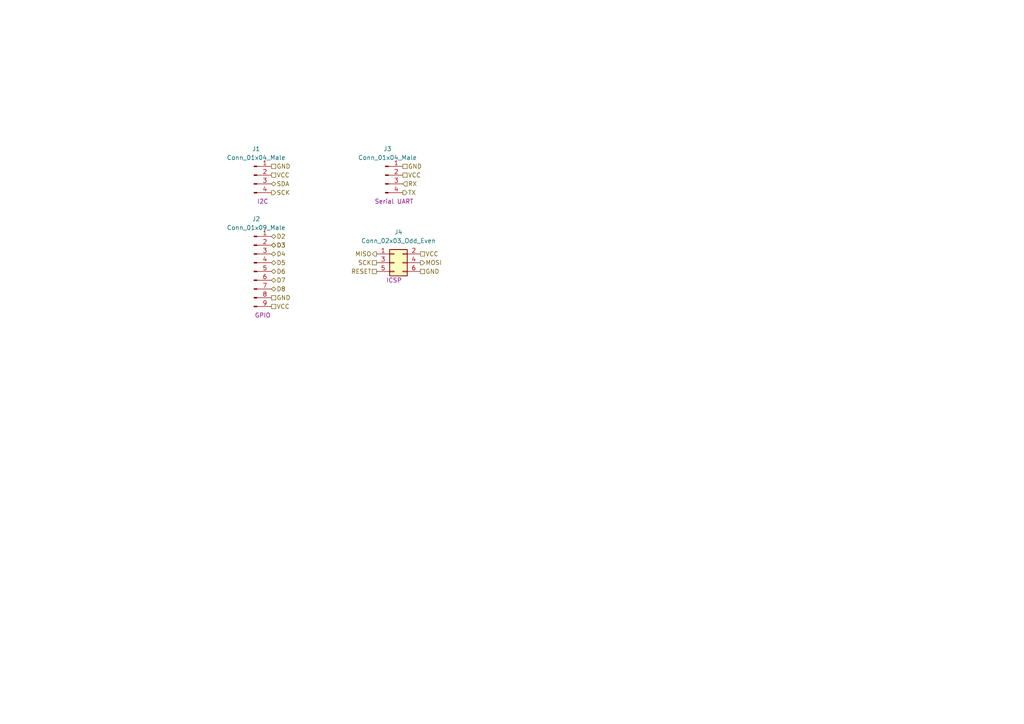
<source format=kicad_sch>
(kicad_sch (version 20211123) (generator eeschema)
  (paper "A4")
  (lib_symbols
    (symbol "Connector:Conn_01x04_Male" (pin_names (offset 1.016) hide)
      (property "Reference" "J" (at 0 5.08 0))
      (property "Value" "Conn_01x04_Male" (at 0 -7.62 0))
      (symbol "Conn_01x04_Male_1_1"
        (polyline (pts (xy 1.27 -5.08) (xy 0.8636 -5.08)) (stroke (width 0.1524)))
        (polyline (pts (xy 1.27 -2.54) (xy 0.8636 -2.54)) (stroke (width 0.1524)))
        (polyline (pts (xy 1.27 0) (xy 0.8636 0)) (stroke (width 0.1524)))
        (polyline (pts (xy 1.27 2.54) (xy 0.8636 2.54)) (stroke (width 0.1524)))
        (rectangle (start 0.8636 -4.953) (end 0 -5.207) (stroke (width 0.1524)) (fill (type outline)))
        (rectangle (start 0.8636 -2.413) (end 0 -2.667) (stroke (width 0.1524)) (fill (type outline)))
        (rectangle (start 0.8636 0.127) (end 0 -0.127) (stroke (width 0.1524)) (fill (type outline)))
        (rectangle (start 0.8636 2.667) (end 0 2.413) (stroke (width 0.1524)) (fill (type outline)))
        (pin passive line (at 5.08 2.54 180) (length 3.81) (name "Pin_1") (number "1"))
        (pin passive line (at 5.08 0 180) (length 3.81) (name "Pin_2") (number "2"))
        (pin passive line (at 5.08 -2.54 180) (length 3.81) (name "Pin_3") (number "3"))
        (pin passive line (at 5.08 -5.08 180) (length 3.81) (name "Pin_4") (number "4"))
      )
    )
    (symbol "Connector:Conn_01x09_Male" (pin_names (offset 1.016) hide)
      (property "Reference" "J" (at 0 12.7 0))
      (property "Value" "Conn_01x09_Male" (at 0 -12.7 0))
      (symbol "Conn_01x09_Male_1_1"
        (polyline (pts (xy 1.27 -10.16) (xy 0.8636 -10.16)) (stroke (width 0.1524)))
        (polyline (pts (xy 1.27 -7.62) (xy 0.8636 -7.62)) (stroke (width 0.1524)))
        (polyline (pts (xy 1.27 -5.08) (xy 0.8636 -5.08)) (stroke (width 0.1524)))
        (polyline (pts (xy 1.27 -2.54) (xy 0.8636 -2.54)) (stroke (width 0.1524)))
        (polyline (pts (xy 1.27 0) (xy 0.8636 0)) (stroke (width 0.1524)))
        (polyline (pts (xy 1.27 2.54) (xy 0.8636 2.54)) (stroke (width 0.1524)))
        (polyline (pts (xy 1.27 5.08) (xy 0.8636 5.08)) (stroke (width 0.1524)))
        (polyline (pts (xy 1.27 7.62) (xy 0.8636 7.62)) (stroke (width 0.1524)))
        (polyline (pts (xy 1.27 10.16) (xy 0.8636 10.16)) (stroke (width 0.1524)))
        (rectangle (start 0.8636 -10.033) (end 0 -10.287) (stroke (width 0.1524)) (fill (type outline)))
        (rectangle (start 0.8636 -7.493) (end 0 -7.747) (stroke (width 0.1524)) (fill (type outline)))
        (rectangle (start 0.8636 -4.953) (end 0 -5.207) (stroke (width 0.1524)) (fill (type outline)))
        (rectangle (start 0.8636 -2.413) (end 0 -2.667) (stroke (width 0.1524)) (fill (type outline)))
        (rectangle (start 0.8636 0.127) (end 0 -0.127) (stroke (width 0.1524)) (fill (type outline)))
        (rectangle (start 0.8636 2.667) (end 0 2.413) (stroke (width 0.1524)) (fill (type outline)))
        (rectangle (start 0.8636 5.207) (end 0 4.953) (stroke (width 0.1524)) (fill (type outline)))
        (rectangle (start 0.8636 7.747) (end 0 7.493) (stroke (width 0.1524)) (fill (type outline)))
        (rectangle (start 0.8636 10.287) (end 0 10.033) (stroke (width 0.1524)) (fill (type outline)))
        (pin passive line (at 5.08 10.16 180) (length 3.81) (name "Pin_1") (number "1"))
        (pin passive line (at 5.08 7.62 180) (length 3.81) (name "Pin_2") (number "2"))
        (pin passive line (at 5.08 5.08 180) (length 3.81) (name "Pin_3") (number "3"))
        (pin passive line (at 5.08 2.54 180) (length 3.81) (name "Pin_4") (number "4"))
        (pin passive line (at 5.08 0 180) (length 3.81) (name "Pin_5") (number "5"))
        (pin passive line (at 5.08 -2.54 180) (length 3.81) (name "Pin_6") (number "6"))
        (pin passive line (at 5.08 -5.08 180) (length 3.81) (name "Pin_7") (number "7"))
        (pin passive line (at 5.08 -7.62 180) (length 3.81) (name "Pin_8") (number "8"))
        (pin passive line (at 5.08 -10.16 180) (length 3.81) (name "Pin_9") (number "9"))
      )
    )
    (symbol "Connector_Generic:Conn_02x03_Odd_Even" (pin_names (offset 1.016) hide)
      (property "Reference" "J" (at 1.27 5.08 0))
      (property "Value" "Conn_02x03_Odd_Even" (at 1.27 -5.08 0))
      (symbol "Conn_02x03_Odd_Even_1_1"
        (rectangle (start -1.27 -2.413) (end 0 -2.667) (stroke (width 0.1524)))
        (rectangle (start -1.27 0.127) (end 0 -0.127) (stroke (width 0.1524)))
        (rectangle (start -1.27 2.667) (end 0 2.413) (stroke (width 0.1524)))
        (rectangle (start -1.27 3.81) (end 3.81 -3.81) (stroke (width 0.254)) (fill (type background)))
        (rectangle (start 3.81 -2.413) (end 2.54 -2.667) (stroke (width 0.1524)))
        (rectangle (start 3.81 0.127) (end 2.54 -0.127) (stroke (width 0.1524)))
        (rectangle (start 3.81 2.667) (end 2.54 2.413) (stroke (width 0.1524)))
        (pin passive line (at -5.08 2.54 0) (length 3.81) (name "Pin_1") (number "1"))
        (pin passive line (at 7.62 2.54 180) (length 3.81) (name "Pin_2") (number "2"))
        (pin passive line (at -5.08 0 0) (length 3.81) (name "Pin_3") (number "3"))
        (pin passive line (at 7.62 0 180) (length 3.81) (name "Pin_4") (number "4"))
        (pin passive line (at -5.08 -2.54 0) (length 3.81) (name "Pin_5") (number "5"))
        (pin passive line (at 7.62 -2.54 180) (length 3.81) (name "Pin_6") (number "6"))
      )
    )
  )
  (hierarchical_label "D3" (shape bidirectional) (at 78.74 71.12 0))
  (hierarchical_label "SDA" (shape bidirectional) (at 78.74 53.34 0))
  (hierarchical_label "GND" (shape passive) (at 121.92 78.74 0))
  (hierarchical_label "GND" (shape passive) (at 78.74 86.36 0))
  (hierarchical_label "VCC" (shape passive) (at 116.84 50.8 0))
  (hierarchical_label "SCK" (shape output) (at 78.74 55.88 0))
  (hierarchical_label "VCC" (shape passive) (at 78.74 88.9 0))
  (hierarchical_label "D2" (shape bidirectional) (at 78.74 68.58 0))
  (hierarchical_label "RX" (shape input) (at 116.84 53.34 0))
  (hierarchical_label "D7" (shape bidirectional) (at 78.74 81.28 0))
  (hierarchical_label "SCK" (shape passive) (at 109.22 76.2 180))
  (hierarchical_label "MOSI" (shape output) (at 121.92 76.2 0))
  (hierarchical_label "RESET" (shape passive) (at 109.22 78.74 180))
  (hierarchical_label "D6" (shape bidirectional) (at 78.74 78.74 0))
  (hierarchical_label "D5" (shape bidirectional) (at 78.74 76.2 0))
  (hierarchical_label "MISO" (shape output) (at 109.22 73.66 180))
  (hierarchical_label "TX" (shape output) (at 116.84 55.88 0))
  (hierarchical_label "GND" (shape passive) (at 116.84 48.26 0))
  (hierarchical_label "VCC" (shape passive) (at 121.92 73.66 0))
  (hierarchical_label "D8" (shape bidirectional) (at 78.74 83.82 0))
  (hierarchical_label "VCC" (shape passive) (at 78.74 50.8 0))
  (hierarchical_label "D3" (shape bidirectional) (at 78.74 71.12 0))
  (hierarchical_label "GND" (shape passive) (at 78.74 48.26 0))
  (hierarchical_label "D4" (shape bidirectional) (at 78.74 73.66 0))
  (symbol (lib_id "Connector_Generic:Conn_02x03_Odd_Even") (at 114.3 76.2 0) (unit 1)
    (property "Reference" "J4" (at 115.57 67.31 0))
    (property "Value" "Conn_02x03_Odd_Even" (at 115.57 69.85 0))
    (property "Footprint" "Connector_PinHeader_2.54mm:PinHeader_2x03_P2.54mm_Vertical" (effects hide))
    (property "USE" "ICSP" (at 114.3 81.28 0))
  )
  (symbol (lib_id "Connector:Conn_01x09_Male") (at 73.66 78.74 0) (unit 1)
    (property "Reference" "J2" (at 74.295 63.5 0))
    (property "Value" "Conn_01x09_Male" (at 74.295 66.04 0))
    (property "Footprint" "Connector_PinHeader_2.54mm:PinHeader_1x09_P2.54mm_Vertical" (effects hide))
    (property "use" "GPIO" (at 76.2 91.44 0))
  )
  (symbol (lib_id "Connector:Conn_01x04_Male") (at 73.66 50.8 0) (unit 1)
    (property "Reference" "J1" (at 74.295 43.18 0))
    (property "Value" "Conn_01x04_Male" (at 74.295 45.72 0))
    (property "Footprint" "Connector_PinHeader_2.54mm:PinHeader_1x04_P2.54mm_Vertical" (effects hide))
    (property "use" "I2C" (at 76.2 58.42 0))
  )
  (symbol (lib_id "Connector:Conn_01x04_Male") (at 111.76 50.8 0) (unit 1)
    (property "Reference" "J3" (at 112.395 43.18 0))
    (property "Value" "Conn_01x04_Male" (at 112.395 45.72 0))
    (property "Footprint" "Connector_PinHeader_2.54mm:PinHeader_1x04_P2.54mm_Vertical" (effects hide))
    (property "use" "Serial UART" (at 114.3 58.42 0))
  )
)
</source>
